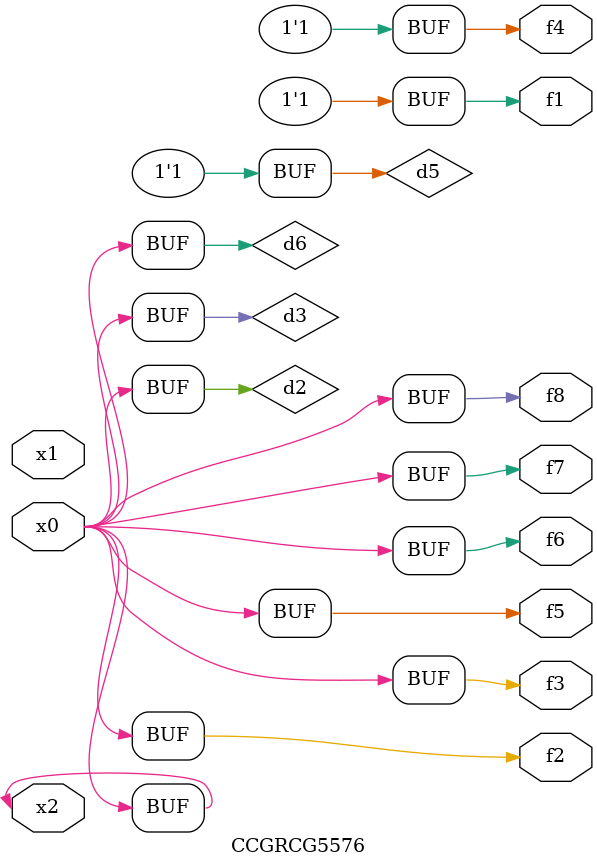
<source format=v>
module CCGRCG5576(
	input x0, x1, x2,
	output f1, f2, f3, f4, f5, f6, f7, f8
);

	wire d1, d2, d3, d4, d5, d6;

	xnor (d1, x2);
	buf (d2, x0, x2);
	and (d3, x0);
	xnor (d4, x1, x2);
	nand (d5, d1, d3);
	buf (d6, d2, d3);
	assign f1 = d5;
	assign f2 = d6;
	assign f3 = d6;
	assign f4 = d5;
	assign f5 = d6;
	assign f6 = d6;
	assign f7 = d6;
	assign f8 = d6;
endmodule

</source>
